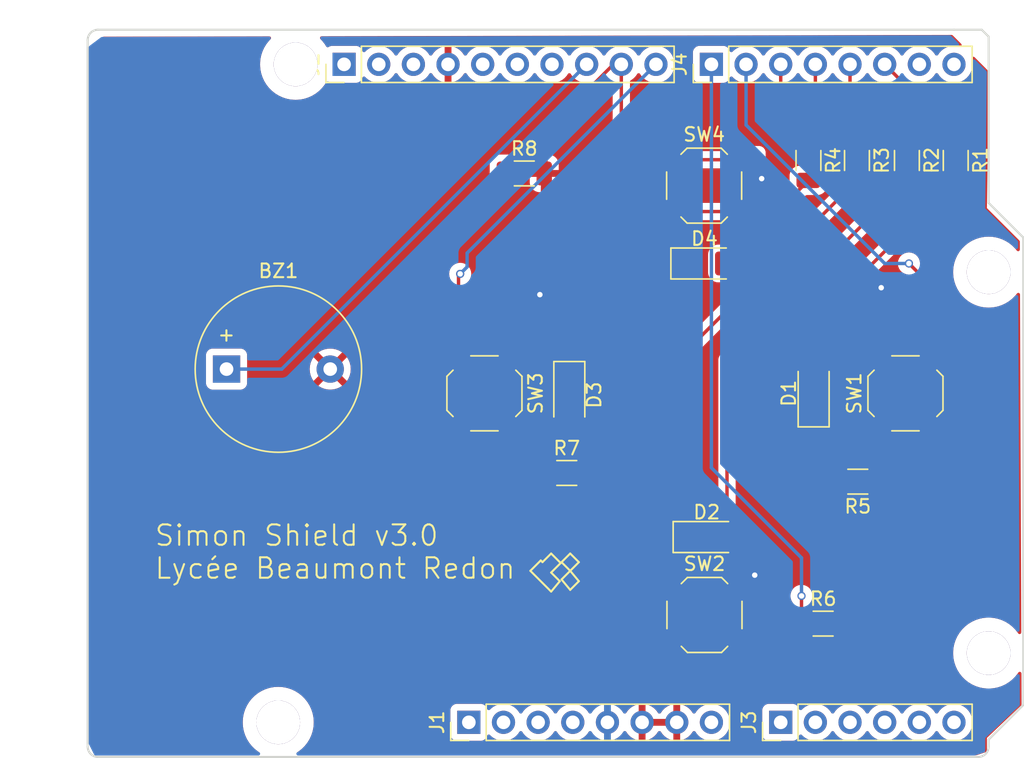
<source format=kicad_pcb>
(kicad_pcb (version 20240108) (generator "pcbnew") (generator_version "8.0")
  (title_block (date "mar. 31 mars 2015"))
  (layers (0 "F.Cu" signal) (31 "B.Cu" signal) (34 "B.Paste" user) (35 "F.Paste" user) (36 "B.SilkS" user "B.Silkscreen") (37 "F.SilkS" user "F.Silkscreen") (38 "B.Mask" user) (39 "F.Mask" user) (44 "Edge.Cuts" user))
  (net 0 "")
  (net 1 "GND")
  (net 3 "+5V")
  (net 4 "/IOREF")
  (net 5 "/A0")
  (net 6 "/A1")
  (net 7 "/A2")
  (net 8 "/A3")
  (net 9 "/SDA{slash}A4")
  (net 10 "/SCL{slash}A5")
  (net 11 "/13")
  (net 12 "/12")
  (net 13 "/AREF")
  (net 14 "/8")
  (net 15 "/7")
  (net 16 "/*11")
  (net 17 "/*10")
  (net 18 "/*9")
  (net 19 "/4")
  (net 20 "/2")
  (net 21 "/*6")
  (net 22 "/*5")
  (net 23 "/TX{slash}1")
  (net 24 "/*3")
  (net 25 "/RX{slash}0")
  (net 26 "Net-(D1-A)")
  (net 27 "Net-(D2-A)")
  (net 28 "/~{RESET}")
  (net 29 "Net-(D3-A)")
  (net 30 "Net-(D4-A)")
  (net 32 "/Vin")
  (footprint "Connector_PinHeader_2.54mm:PinHeader_1x08_P2.54mm_Vertical" (layer "F.Cu") (at 127.94 97.46 90)
    (property "Reference" "J1" (at 0 -2.33 90) (layer "F.SilkS"))
    (property "Value" "Power")
    (fp_line (start -1.33 -1.33) (end 0 -1.33) (stroke (width 0.12)) (layer "F.SilkS"))
    (fp_line (start -1.33 0) (end -1.33 -1.33) (stroke (width 0.12)) (layer "F.SilkS"))
    (fp_line (start 1.33 1.27) (end 1.33 19.11) (stroke (width 0.12)) (layer "F.SilkS"))
    (fp_line (start -1.33 1.27) (end 1.33 1.27) (stroke (width 0.12)) (layer "F.SilkS"))
    (fp_line (start -1.33 1.27) (end -1.33 19.11) (stroke (width 0.12)) (layer "F.SilkS"))
    (fp_line (start -1.33 19.11) (end 1.33 19.11) (stroke (width 0.12)) (layer "F.SilkS"))
    (pad "1" thru_hole rect (at 0 0 90) (size 1.7 1.7) (drill 1) (layers "*.Cu" "*.Mask"))
    (pad "2" thru_hole oval (at 0 2.54 90) (size 1.7 1.7) (drill 1) (layers "*.Cu" "*.Mask") (net 4 "/IOREF"))
    (pad "3" thru_hole oval (at 0 5.08 90) (size 1.7 1.7) (drill 1) (layers "*.Cu" "*.Mask") (net 28 "/~{RESET}"))
    (pad "4" thru_hole oval (at 0 7.62 90) (size 1.7 1.7) (drill 1) (layers "*.Cu" "*.Mask"))
    (pad "5" thru_hole oval (at 0 10.16 90) (size 1.7 1.7) (drill 1) (layers "*.Cu" "*.Mask") (net 3 "+5V"))
    (pad "6" thru_hole oval (at 0 12.7 90) (size 1.7 1.7) (drill 1) (layers "*.Cu" "*.Mask") (net 1 "GND"))
    (pad "7" thru_hole oval (at 0 15.24 90) (size 1.7 1.7) (drill 1) (layers "*.Cu" "*.Mask") (net 1 "GND"))
    (pad "8" thru_hole oval (at 0 17.78 90) (size 1.7 1.7) (drill 1) (layers "*.Cu" "*.Mask") (net 32 "/Vin"))
  )
  (footprint "Connector_PinHeader_2.54mm:PinHeader_1x06_P2.54mm_Vertical" (layer "F.Cu") (at 150.8 97.46 90)
    (property "Reference" "J3" (at 0 -2.33 90) (layer "F.SilkS"))
    (property "Value" "Analog")
    (fp_line (start -1.33 -1.33) (end 0 -1.33) (stroke (width 0.12)) (layer "F.SilkS"))
    (fp_line (start -1.33 0) (end -1.33 -1.33) (stroke (width 0.12)) (layer "F.SilkS"))
    (fp_line (start 1.33 1.27) (end 1.33 14.03) (stroke (width 0.12)) (layer "F.SilkS"))
    (fp_line (start -1.33 1.27) (end 1.33 1.27) (stroke (width 0.12)) (layer "F.SilkS"))
    (fp_line (start -1.33 1.27) (end -1.33 14.03) (stroke (width 0.12)) (layer "F.SilkS"))
    (fp_line (start -1.33 14.03) (end 1.33 14.03) (stroke (width 0.12)) (layer "F.SilkS"))
    (pad "1" thru_hole rect (at 0 0 90) (size 1.7 1.7) (drill 1) (layers "*.Cu" "*.Mask") (net 5 "/A0"))
    (pad "2" thru_hole oval (at 0 2.54 90) (size 1.7 1.7) (drill 1) (layers "*.Cu" "*.Mask") (net 6 "/A1"))
    (pad "3" thru_hole oval (at 0 5.08 90) (size 1.7 1.7) (drill 1) (layers "*.Cu" "*.Mask") (net 7 "/A2"))
    (pad "4" thru_hole oval (at 0 7.62 90) (size 1.7 1.7) (drill 1) (layers "*.Cu" "*.Mask") (net 8 "/A3"))
    (pad "5" thru_hole oval (at 0 10.16 90) (size 1.7 1.7) (drill 1) (layers "*.Cu" "*.Mask") (net 9 "/SDA{slash}A4"))
    (pad "6" thru_hole oval (at 0 12.7 90) (size 1.7 1.7) (drill 1) (layers "*.Cu" "*.Mask") (net 10 "/SCL{slash}A5"))
  )
  (footprint "Connector_PinHeader_2.54mm:PinHeader_1x10_P2.54mm_Vertical" (layer "F.Cu") (at 118.796 49.2 90)
    (property "Reference" "J2" (at 0 -2.33 90) (layer "F.SilkS"))
    (property "Value" "Digital/PWM")
    (fp_line (start -1.33 -1.33) (end 0 -1.33) (stroke (width 0.12)) (layer "F.SilkS"))
    (fp_line (start -1.33 0) (end -1.33 -1.33) (stroke (width 0.12)) (layer "F.SilkS"))
    (fp_line (start 1.33 1.27) (end 1.33 24.19) (stroke (width 0.12)) (layer "F.SilkS"))
    (fp_line (start -1.33 1.27) (end 1.33 1.27) (stroke (width 0.12)) (layer "F.SilkS"))
    (fp_line (start -1.33 1.27) (end -1.33 24.19) (stroke (width 0.12)) (layer "F.SilkS"))
    (fp_line (start -1.33 24.19) (end 1.33 24.19) (stroke (width 0.12)) (layer "F.SilkS"))
    (pad "1" thru_hole rect (at 0 0 90) (size 1.7 1.7) (drill 1) (layers "*.Cu" "*.Mask"))
    (pad "2" thru_hole oval (at 0 2.54 90) (size 1.7 1.7) (drill 1) (layers "*.Cu" "*.Mask"))
    (pad "3" thru_hole oval (at 0 5.08 90) (size 1.7 1.7) (drill 1) (layers "*.Cu" "*.Mask") (net 13 "/AREF"))
    (pad "4" thru_hole oval (at 0 7.62 90) (size 1.7 1.7) (drill 1) (layers "*.Cu" "*.Mask") (net 1 "GND"))
    (pad "5" thru_hole oval (at 0 10.16 90) (size 1.7 1.7) (drill 1) (layers "*.Cu" "*.Mask") (net 11 "/13"))
    (pad "6" thru_hole oval (at 0 12.7 90) (size 1.7 1.7) (drill 1) (layers "*.Cu" "*.Mask") (net 12 "/12"))
    (pad "7" thru_hole oval (at 0 15.24 90) (size 1.7 1.7) (drill 1) (layers "*.Cu" "*.Mask") (net 16 "/*11"))
    (pad "8" thru_hole oval (at 0 17.78 90) (size 1.7 1.7) (drill 1) (layers "*.Cu" "*.Mask") (net 17 "/*10"))
    (pad "9" thru_hole oval (at 0 20.32 90) (size 1.7 1.7) (drill 1) (layers "*.Cu" "*.Mask") (net 18 "/*9"))
    (pad "10" thru_hole oval (at 0 22.86 90) (size 1.7 1.7) (drill 1) (layers "*.Cu" "*.Mask") (net 14 "/8"))
  )
  (footprint "Connector_PinHeader_2.54mm:PinHeader_1x08_P2.54mm_Vertical" (layer "F.Cu") (at 145.72 49.2 90)
    (property "Reference" "J4" (at 0 -2.33 90) (layer "F.SilkS"))
    (property "Value" "Digital/PWM")
    (fp_line (start -1.33 -1.33) (end 0 -1.33) (stroke (width 0.12)) (layer "F.SilkS"))
    (fp_line (start -1.33 0) (end -1.33 -1.33) (stroke (width 0.12)) (layer "F.SilkS"))
    (fp_line (start 1.33 1.27) (end 1.33 19.11) (stroke (width 0.12)) (layer "F.SilkS"))
    (fp_line (start -1.33 1.27) (end 1.33 1.27) (stroke (width 0.12)) (layer "F.SilkS"))
    (fp_line (start -1.33 1.27) (end -1.33 19.11) (stroke (width 0.12)) (layer "F.SilkS"))
    (fp_line (start -1.33 19.11) (end 1.33 19.11) (stroke (width 0.12)) (layer "F.SilkS"))
    (pad "1" thru_hole rect (at 0 0 90) (size 1.7 1.7) (drill 1) (layers "*.Cu" "*.Mask") (net 15 "/7"))
    (pad "2" thru_hole oval (at 0 2.54 90) (size 1.7 1.7) (drill 1) (layers "*.Cu" "*.Mask") (net 21 "/*6"))
    (pad "3" thru_hole oval (at 0 5.08 90) (size 1.7 1.7) (drill 1) (layers "*.Cu" "*.Mask") (net 22 "/*5"))
    (pad "4" thru_hole oval (at 0 7.62 90) (size 1.7 1.7) (drill 1) (layers "*.Cu" "*.Mask") (net 19 "/4"))
    (pad "5" thru_hole oval (at 0 10.16 90) (size 1.7 1.7) (drill 1) (layers "*.Cu" "*.Mask") (net 24 "/*3"))
    (pad "6" thru_hole oval (at 0 12.7 90) (size 1.7 1.7) (drill 1) (layers "*.Cu" "*.Mask") (net 20 "/2"))
    (pad "7" thru_hole oval (at 0 15.24 90) (size 1.7 1.7) (drill 1) (layers "*.Cu" "*.Mask") (net 23 "/TX{slash}1"))
    (pad "8" thru_hole oval (at 0 17.78 90) (size 1.7 1.7) (drill 1) (layers "*.Cu" "*.Mask") (net 25 "/RX{slash}0"))
  )
  (footprint "Resistor_SMD:R_1206_3216Metric" (layer "F.Cu") (at 160.049166 56.2505 -90)
    (property "Reference" "R2" (at 0 -1.82 90) (layer "F.SilkS"))
    (property "Value" "160")
    (fp_line (start -0.727064 0.91) (end 0.727064 0.91) (stroke (width 0.12)) (layer "F.SilkS"))
    (fp_line (start -0.727064 -0.91) (end 0.727064 -0.91) (stroke (width 0.12)) (layer "F.SilkS"))
    (pad "1" smd roundrect (at -1.4625 0 270) (size 1.125 1.75) (layers "F.Cu" "F.Paste" "F.Mask") (roundrect_rratio 0.2222222222) (net 24 "/*3"))
    (pad "2" smd roundrect (at 1.4625 0 270) (size 1.125 1.75) (layers "F.Cu" "F.Paste" "F.Mask") (roundrect_rratio 0.2222222222) (net 27 "Net-(D2-A)"))
  )
  (footprint "Resistor_SMD:R_1206_3216Metric" (layer "F.Cu") (at 152.832 56.2505 -90)
    (property "Reference" "R4" (at 0 -1.82 90) (layer "F.SilkS"))
    (property "Value" "150")
    (fp_line (start -0.727064 0.91) (end 0.727064 0.91) (stroke (width 0.12)) (layer "F.SilkS"))
    (fp_line (start -0.727064 -0.91) (end 0.727064 -0.91) (stroke (width 0.12)) (layer "F.SilkS"))
    (pad "1" smd roundrect (at -1.4625 0 270) (size 1.125 1.75) (layers "F.Cu" "F.Paste" "F.Mask") (roundrect_rratio 0.2222222222) (net 22 "/*5"))
    (pad "2" smd roundrect (at 1.4625 0 270) (size 1.125 1.75) (layers "F.Cu" "F.Paste" "F.Mask") (roundrect_rratio 0.2222222222) (net 30 "Net-(D4-A)"))
  )
  (footprint "Resistor_SMD:R_1206_3216Metric" (layer "F.Cu") (at 163.627 56.2505 -90)
    (property "Reference" "R1" (at 0 -1.82 90) (layer "F.SilkS"))
    (property "Value" "160")
    (fp_line (start -0.727064 0.91) (end 0.727064 0.91) (stroke (width 0.12)) (layer "F.SilkS"))
    (fp_line (start -0.727064 -0.91) (end 0.727064 -0.91) (stroke (width 0.12)) (layer "F.SilkS"))
    (pad "1" smd roundrect (at -1.4625 0 270) (size 1.125 1.75) (layers "F.Cu" "F.Paste" "F.Mask") (roundrect_rratio 0.2222222222) (net 20 "/2"))
    (pad "2" smd roundrect (at 1.4625 0 270) (size 1.125 1.75) (layers "F.Cu" "F.Paste" "F.Mask") (roundrect_rratio 0.2222222222) (net 26 "Net-(D1-A)"))
  )
  (footprint "Button_Switch_SMD:SW_SPST_TL3342" (layer "F.Cu") (at 159.944 73.33 90)
    (property "Reference" "SW1" (at 0 -3.75 -90) (layer "F.SilkS"))
    (property "Value" "SW_Push")
    (fp_line (start -1.25 -2.75) (end 1.25 -2.75) (stroke (width 0.12)) (layer "F.SilkS"))
    (fp_line (start 1.7 -2.3) (end 1.25 -2.75) (stroke (width 0.12)) (layer "F.SilkS"))
    (fp_line (start -1.7 -2.3) (end -1.25 -2.75) (stroke (width 0.12)) (layer "F.SilkS"))
    (fp_line (start 2.75 -1) (end 2.75 1) (stroke (width 0.12)) (layer "F.SilkS"))
    (fp_line (start -2.75 -1) (end -2.75 1) (stroke (width 0.12)) (layer "F.SilkS"))
    (fp_line (start 1.7 2.3) (end 1.25 2.75) (stroke (width 0.12)) (layer "F.SilkS"))
    (fp_line (start -1.7 2.3) (end -1.25 2.75) (stroke (width 0.12)) (layer "F.SilkS"))
    (fp_line (start -1.25 2.75) (end 1.25 2.75) (stroke (width 0.12)) (layer "F.SilkS"))
    (pad "1" smd rect (at -3.15 -1.9 90) (size 1.7 1) (layers "F.Cu" "F.Paste" "F.Mask") (net 3 "+5V"))
    (pad "1" smd rect (at 3.15 -1.9 90) (size 1.7 1) (layers "F.Cu" "F.Paste" "F.Mask") (net 3 "+5V"))
    (pad "2" smd rect (at -3.15 1.9 90) (size 1.7 1) (layers "F.Cu" "F.Paste" "F.Mask") (net 21 "/*6"))
    (pad "2" smd rect (at 3.15 1.9 90) (size 1.7 1) (layers "F.Cu" "F.Paste" "F.Mask") (net 21 "/*6"))
  )
  (footprint "Resistor_SMD:R_1206_3216Metric" (layer "F.Cu") (at 132.004 57.201)
    (property "Reference" "R8" (at 0 -1.82 0) (layer "F.SilkS"))
    (property "Value" "10k")
    (fp_line (start -0.727064 -0.91) (end 0.727064 -0.91) (stroke (width 0.12)) (layer "F.SilkS"))
    (fp_line (start -0.727064 0.91) (end 0.727064 0.91) (stroke (width 0.12)) (layer "F.SilkS"))
    (pad "1" smd roundrect (at -1.4625 0) (size 1.125 1.75) (layers "F.Cu" "F.Paste" "F.Mask") (roundrect_rratio 0.2222222222) (net 18 "/*9"))
    (pad "2" smd roundrect (at 1.4625 0) (size 1.125 1.75) (layers "F.Cu" "F.Paste" "F.Mask") (roundrect_rratio 0.2222222222) (net 1 "GND"))
  )
  (footprint "Resistor_SMD:R_1206_3216Metric" (layer "F.Cu") (at 135.1175 79.172)
    (property "Reference" "R7" (at 0 -1.82 0) (layer "F.SilkS"))
    (property "Value" "10k")
    (fp_line (start -0.727064 -0.91) (end 0.727064 -0.91) (stroke (width 0.12)) (layer "F.SilkS"))
    (fp_line (start -0.727064 0.91) (end 0.727064 0.91) (stroke (width 0.12)) (layer "F.SilkS"))
    (pad "1" smd roundrect (at -1.4625 0) (size 1.125 1.75) (layers "F.Cu" "F.Paste" "F.Mask") (roundrect_rratio 0.2222222222) (net 14 "/8"))
    (pad "2" smd roundrect (at 1.4625 0) (size 1.125 1.75) (layers "F.Cu" "F.Paste" "F.Mask") (roundrect_rratio 0.2222222222) (net 1 "GND"))
  )
  (footprint "Buzzer_Beeper:Buzzer_12x9.5RM7.6" (layer "F.Cu") (at 110.18 71.552)
    (property "Reference" "BZ1" (at 3.8 -7.2 0) (layer "F.SilkS"))
    (property "Value" "Buzzer")
    (fp_circle (center 3.8 0) (end 9.9 0) (stroke (width 0.12)) (fill none) (layer "F.SilkS"))
    (fp_text user "+" (at -0.01 -2.54 0) (layer "F.SilkS"))
    (pad "1" thru_hole rect (at 0 0) (size 2 2) (drill 1) (layers "*.Cu" "*.Mask") (net 17 "/*10"))
    (pad "2" thru_hole circle (at 7.6 0) (size 2 2) (drill 1) (layers "*.Cu" "*.Mask") (net 1 "GND"))
  )
  (footprint "Button_Switch_SMD:SW_SPST_TL3342" (layer "F.Cu") (at 145.212 89.586)
    (property "Reference" "SW2" (at 0 -3.75 0) (layer "F.SilkS"))
    (property "Value" "SW_Push")
    (fp_line (start -2.75 -1) (end -2.75 1) (stroke (width 0.12)) (layer "F.SilkS"))
    (fp_line (start -1.7 -2.3) (end -1.25 -2.75) (stroke (width 0.12)) (layer "F.SilkS"))
    (fp_line (start -1.7 2.3) (end -1.25 2.75) (stroke (width 0.12)) (layer "F.SilkS"))
    (fp_line (start -1.25 -2.75) (end 1.25 -2.75) (stroke (width 0.12)) (layer "F.SilkS"))
    (fp_line (start -1.25 2.75) (end 1.25 2.75) (stroke (width 0.12)) (layer "F.SilkS"))
    (fp_line (start 1.7 -2.3) (end 1.25 -2.75) (stroke (width 0.12)) (layer "F.SilkS"))
    (fp_line (start 1.7 2.3) (end 1.25 2.75) (stroke (width 0.12)) (layer "F.SilkS"))
    (fp_line (start 2.75 -1) (end 2.75 1) (stroke (width 0.12)) (layer "F.SilkS"))
    (pad "1" smd rect (at -3.15 -1.9) (size 1.7 1) (layers "F.Cu" "F.Paste" "F.Mask") (net 3 "+5V"))
    (pad "1" smd rect (at 3.15 -1.9) (size 1.7 1) (layers "F.Cu" "F.Paste" "F.Mask") (net 3 "+5V"))
    (pad "2" smd rect (at -3.15 1.9) (size 1.7 1) (layers "F.Cu" "F.Paste" "F.Mask") (net 15 "/7"))
    (pad "2" smd rect (at 3.15 1.9) (size 1.7 1) (layers "F.Cu" "F.Paste" "F.Mask") (net 15 "/7"))
  )
  (footprint "Button_Switch_SMD:SW_SPST_TL3342" (layer "F.Cu") (at 145.187 58.095)
    (property "Reference" "SW4" (at 0 -3.75 0) (layer "F.SilkS"))
    (property "Value" "SW_Push")
    (fp_line (start -2.75 -1) (end -2.75 1) (stroke (width 0.12)) (layer "F.SilkS"))
    (fp_line (start -1.7 -2.3) (end -1.25 -2.75) (stroke (width 0.12)) (layer "F.SilkS"))
    (fp_line (start -1.7 2.3) (end -1.25 2.75) (stroke (width 0.12)) (layer "F.SilkS"))
    (fp_line (start -1.25 -2.75) (end 1.25 -2.75) (stroke (width 0.12)) (layer "F.SilkS"))
    (fp_line (start -1.25 2.75) (end 1.25 2.75) (stroke (width 0.12)) (layer "F.SilkS"))
    (fp_line (start 1.7 -2.3) (end 1.25 -2.75) (stroke (width 0.12)) (layer "F.SilkS"))
    (fp_line (start 1.7 2.3) (end 1.25 2.75) (stroke (width 0.12)) (layer "F.SilkS"))
    (fp_line (start 2.75 -1) (end 2.75 1) (stroke (width 0.12)) (layer "F.SilkS"))
    (pad "1" smd rect (at -3.15 -1.9) (size 1.7 1) (layers "F.Cu" "F.Paste" "F.Mask") (net 3 "+5V"))
    (pad "1" smd rect (at 3.15 -1.9) (size 1.7 1) (layers "F.Cu" "F.Paste" "F.Mask") (net 3 "+5V"))
    (pad "2" smd rect (at -3.15 1.9) (size 1.7 1) (layers "F.Cu" "F.Paste" "F.Mask") (net 18 "/*9"))
    (pad "2" smd rect (at 3.15 1.9) (size 1.7 1) (layers "F.Cu" "F.Paste" "F.Mask") (net 18 "/*9"))
  )
  (footprint "Arduino_MountingHole:MountingHole_3.2mm" (layer "F.Cu") (at 115.24 49.2)
    (property "Reference" "MH1" (hide yes))
    (property "Value" "MountingHole_3.2mm" (hide yes))
    (pad "" thru_hole circle (at 0 0) (size 3.2 3.2) (drill 3.2) (layers "*.Cu" "*.Mask") (clearance 1))
  )
  (footprint "Resistor_SMD:R_1206_3216Metric" (layer "F.Cu") (at 153.9095 90.221)
    (property "Reference" "R6" (at 0 -1.82 0) (layer "F.SilkS"))
    (property "Value" "10k")
    (fp_line (start -0.727064 -0.91) (end 0.727064 -0.91) (stroke (width 0.12)) (layer "F.SilkS"))
    (fp_line (start -0.727064 0.91) (end 0.727064 0.91) (stroke (width 0.12)) (layer "F.SilkS"))
    (pad "1" smd roundrect (at -1.4625 0) (size 1.125 1.75) (layers "F.Cu" "F.Paste" "F.Mask") (roundrect_rratio 0.2222222222) (net 15 "/7"))
    (pad "2" smd roundrect (at 1.4625 0) (size 1.125 1.75) (layers "F.Cu" "F.Paste" "F.Mask") (roundrect_rratio 0.2222222222) (net 1 "GND"))
  )
  (footprint "LED_SMD:LED_1206_3216Metric_Pad1.42x1.75mm_HandSolder" (layer "F.Cu") (at 145.2095 63.805)
    (property "Reference" "D4" (at 0 -1.82 0) (layer "F.SilkS"))
    (property "Value" "LED Yellow")
    (fp_line (start -2.46 -1.135) (end -2.46 1.135) (stroke (width 0.12)) (layer "F.SilkS"))
    (fp_line (start -2.46 1.135) (end 1.6 1.135) (stroke (width 0.12)) (layer "F.SilkS"))
    (fp_line (start 1.6 -1.135) (end -2.46 -1.135) (stroke (width 0.12)) (layer "F.SilkS"))
    (pad "1" smd roundrect (at -1.4875 0) (size 1.425 1.75) (layers "F.Cu" "F.Paste" "F.Mask") (roundrect_rratio 0.1754392982) (net 1 "GND"))
    (pad "2" smd roundrect (at 1.4875 0) (size 1.425 1.75) (layers "F.Cu" "F.Paste" "F.Mask") (roundrect_rratio 0.1754392982) (net 30 "Net-(D4-A)"))
  )
  (footprint "LED_SMD:LED_1206_3216Metric_Pad1.42x1.75mm_HandSolder" (layer "F.Cu") (at 135.306 73.457 -90)
    (property "Reference" "D3" (at 0 -1.82 90) (layer "F.SilkS"))
    (property "Value" "LED Blue")
    (fp_line (start -2.46 1.135) (end 1.6 1.135) (stroke (width 0.12)) (layer "F.SilkS"))
    (fp_line (start -2.46 -1.135) (end -2.46 1.135) (stroke (width 0.12)) (layer "F.SilkS"))
    (fp_line (start 1.6 -1.135) (end -2.46 -1.135) (stroke (width 0.12)) (layer "F.SilkS"))
    (pad "1" smd roundrect (at -1.4875 0 270) (size 1.425 1.75) (layers "F.Cu" "F.Paste" "F.Mask") (roundrect_rratio 0.1754392982) (net 1 "GND"))
    (pad "2" smd roundrect (at 1.4875 0 270) (size 1.425 1.75) (layers "F.Cu" "F.Paste" "F.Mask") (roundrect_rratio 0.1754392982) (net 29 "Net-(D3-A)"))
  )
  (footprint "Resistor_SMD:R_1206_3216Metric" (layer "F.Cu") (at 156.4495 79.807 180)
    (property "Reference" "R5" (at 0 -1.82 180) (layer "F.SilkS"))
    (property "Value" "10k")
    (fp_line (start -0.727064 0.91) (end 0.727064 0.91) (stroke (width 0.12)) (layer "F.SilkS"))
    (fp_line (start -0.727064 -0.91) (end 0.727064 -0.91) (stroke (width 0.12)) (layer "F.SilkS"))
    (pad "1" smd roundrect (at -1.4625 0 180) (size 1.125 1.75) (layers "F.Cu" "F.Paste" "F.Mask") (roundrect_rratio 0.2222222222) (net 21 "/*6"))
    (pad "2" smd roundrect (at 1.4625 0 180) (size 1.125 1.75) (layers "F.Cu" "F.Paste" "F.Mask") (roundrect_rratio 0.2222222222) (net 1 "GND"))
  )
  (footprint "LED_SMD:LED_1206_3216Metric_Pad1.42x1.75mm_HandSolder" (layer "F.Cu") (at 145.3755 83.871)
    (property "Reference" "D2" (at 0 -1.82 0) (layer "F.SilkS"))
    (property "Value" "LED Green")
    (fp_line (start -2.46 -1.135) (end -2.46 1.135) (stroke (width 0.12)) (layer "F.SilkS"))
    (fp_line (start -2.46 1.135) (end 1.6 1.135) (stroke (width 0.12)) (layer "F.SilkS"))
    (fp_line (start 1.6 -1.135) (end -2.46 -1.135) (stroke (width 0.12)) (layer "F.SilkS"))
    (pad "1" smd roundrect (at -1.4875 0) (size 1.425 1.75) (layers "F.Cu" "F.Paste" "F.Mask") (roundrect_rratio 0.1754392982) (net 1 "GND"))
    (pad "2" smd roundrect (at 1.4875 0) (size 1.425 1.75) (layers "F.Cu" "F.Paste" "F.Mask") (roundrect_rratio 0.1754392982) (net 27 "Net-(D2-A)"))
  )
  (footprint "Arduino_MountingHole:MountingHole_3.2mm" (layer "F.Cu") (at 113.97 97.46)
    (property "Reference" "MH2" (hide yes))
    (property "Value" "MountingHole_3.2mm" (hide yes))
    (pad "" thru_hole circle (at 0 0) (size 3.2 3.2) (drill 3.2) (layers "*.Cu" "*.Mask") (clearance 1))
  )
  (footprint "Resistor_SMD:R_1206_3216Metric" (layer "F.Cu") (at 156.388 56.2505 -90)
    (property "Reference" "R3" (at 0 -1.82 90) (layer "F.SilkS"))
    (property "Value" "100")
    (fp_line (start -0.727064 0.91) (end 0.727064 0.91) (stroke (width 0.12)) (layer "F.SilkS"))
    (fp_line (start -0.727064 -0.91) (end 0.727064 -0.91) (stroke (width 0.12)) (layer "F.SilkS"))
    (pad "1" smd roundrect (at -1.4625 0 270) (size 1.125 1.75) (layers "F.Cu" "F.Paste" "F.Mask") (roundrect_rratio 0.2222222222) (net 19 "/4"))
    (pad "2" smd roundrect (at 1.4625 0 270) (size 1.125 1.75) (layers "F.Cu" "F.Paste" "F.Mask") (roundrect_rratio 0.2222222222) (net 29 "Net-(D3-A)"))
  )
  (footprint "Arduino_MountingHole:MountingHole_3.2mm" (layer "F.Cu") (at 166.04 64.44)
    (property "Reference" "MH3" (hide yes))
    (property "Value" "MountingHole_3.2mm" (hide yes))
    (pad "" thru_hole circle (at 0 0) (size 3.2 3.2) (drill 3.2) (layers "*.Cu" "*.Mask") (clearance 1))
  )
  (footprint "Arduino_MountingHole:MountingHole_3.2mm" (layer "F.Cu") (at 166.04 92.38)
    (property "Reference" "MH4" (hide yes))
    (property "Value" "MountingHole_3.2mm" (hide yes))
    (pad "" thru_hole circle (at 0 0) (size 3.2 3.2) (drill 3.2) (layers "*.Cu" "*.Mask") (clearance 1))
  )
  (footprint "LED_SMD:LED_1206_3216Metric_Pad1.42x1.75mm_HandSolder" (layer "F.Cu") (at 153.213 73.33 90)
    (property "Reference" "D1" (at 0 -1.82 -90) (layer "F.SilkS"))
    (property "Value" "LED RED")
    (fp_line (start 1.6 -1.135) (end -2.46 -1.135) (stroke (width 0.12)) (layer "F.SilkS"))
    (fp_line (start -2.46 -1.135) (end -2.46 1.135) (stroke (width 0.12)) (layer "F.SilkS"))
    (fp_line (start -2.46 1.135) (end 1.6 1.135) (stroke (width 0.12)) (layer "F.SilkS"))
    (pad "1" smd roundrect (at -1.4875 0 90) (size 1.425 1.75) (layers "F.Cu" "F.Paste" "F.Mask") (roundrect_rratio 0.1754392982) (net 1 "GND"))
    (pad "2" smd roundrect (at 1.4875 0 90) (size 1.425 1.75) (layers "F.Cu" "F.Paste" "F.Mask") (roundrect_rratio 0.1754392982) (net 26 "Net-(D1-A)"))
  )
  (footprint "Button_Switch_SMD:SW_SPST_TL3342" (layer "F.Cu") (at 129.083 73.33 -90)
    (property "Reference" "SW3" (at 0 -3.75 90) (layer "F.SilkS"))
    (property "Value" "SW_Push")
    (fp_line (start -1.25 2.75) (end 1.25 2.75) (stroke (width 0.12)) (layer "F.SilkS"))
    (fp_line (start -1.7 2.3) (end -1.25 2.75) (stroke (width 0.12)) (layer "F.SilkS"))
    (fp_line (start 1.7 2.3) (end 1.25 2.75) (stroke (width 0.12)) (layer "F.SilkS"))
    (fp_line (start -2.75 -1) (end -2.75 1) (stroke (width 0.12)) (layer "F.SilkS"))
    (fp_line (start 2.75 -1) (end 2.75 1) (stroke (width 0.12)) (layer "F.SilkS"))
    (fp_line (start -1.7 -2.3) (end -1.25 -2.75) (stroke (width 0.12)) (layer "F.SilkS"))
    (fp_line (start 1.7 -2.3) (end 1.25 -2.75) (stroke (width 0.12)) (layer "F.SilkS"))
    (fp_line (start -1.25 -2.75) (end 1.25 -2.75) (stroke (width 0.12)) (layer "F.SilkS"))
    (pad "1" smd rect (at -3.15 -1.9 270) (size 1.7 1) (layers "F.Cu" "F.Paste" "F.Mask") (net 3 "+5V"))
    (pad "1" smd rect (at 3.15 -1.9 270) (size 1.7 1) (layers "F.Cu" "F.Paste" "F.Mask") (net 3 "+5V"))
    (pad "2" smd rect (at -3.15 1.9 270) (size 1.7 1) (layers "F.Cu" "F.Paste" "F.Mask") (net 14 "/8"))
    (pad "2" smd rect (at 3.15 1.9 270) (size 1.7 1) (layers "F.Cu" "F.Paste" "F.Mask") (net 14 "/8"))
  )
  (gr_line (start 133.9725 87.8715) (end 134.6075 87.1095) (stroke (width 0.15)) (layer "F.SilkS"))
  (gr_line (start 134.6075 87.1095) (end 133.9725 86.4745) (stroke (width 0.15)) (layer "F.SilkS"))
  (gr_line (start 133.2105 85.5855) (end 132.4485 86.3475) (stroke (width 0.15)) (layer "F.SilkS"))
  (gr_line (start 135.3695 86.3475) (end 134.7345 85.7125) (stroke (width 0.15)) (layer "F.SilkS"))
  (gr_line (start 135.3695 85.0775) (end 136.0045 85.7125) (stroke (width 0.15)) (layer "F.SilkS"))
  (gr_line (start 133.9725 85.0775) (end 134.671 85.776) (stroke (width 0.15)) (layer "F.SilkS"))
  (gr_line (start 135.3695 87.7445) (end 136.0045 87.1095) (stroke (width 0.15)) (layer "F.SilkS"))
  (gr_line (start 133.9725 85.0775) (end 133.3375 85.7125) (stroke (width 0.15)) (layer "F.SilkS"))
  (gr_line (start 136.0045 87.1095) (end 135.3695 86.3475) (stroke (width 0.15)) (layer "F.SilkS"))
  (gr_line (start 132.4485 86.3475) (end 133.9725 87.8715) (stroke (width 0.15)) (layer "F.SilkS"))
  (gr_line (start 133.3375 85.7125) (end 133.2105 85.5855) (stroke (width 0.15)) (layer "F.SilkS"))
  (gr_line (start 134.7345 85.7125) (end 135.3695 85.0775) (stroke (width 0.15)) (layer "F.SilkS"))
  (gr_line (start 135.3695 86.3475) (end 134.7345 86.9825) (stroke (width 0.15)) (layer "F.SilkS"))
  (gr_line (start 133.9725 86.4745) (end 134.7345 85.7125) (stroke (width 0.15)) (layer "F.SilkS"))
  (gr_line (start 134.7345 86.9825) (end 135.3695 87.7445) (stroke (width 0.15)) (layer "F.SilkS"))
  (gr_line (start 136.0045 85.7125) (end 135.3695 86.3475) (stroke (width 0.15)) (layer "F.SilkS"))
  (gr_line (start 166.04 59.36) (end 168.58 61.9) (stroke (width 0.15)) (layer "Edge.Cuts"))
  (gr_line (start 100 99.238) (end 100 47.422) (stroke (width 0.15)) (layer "Edge.Cuts"))
  (gr_line (start 166.04 47.168) (end 166.04 49.2) (stroke (width 0.15)) (layer "Edge.Cuts"))
  (gr_line (start 165.532 46.66) (end 166.04 47.168) (stroke (width 0.15)) (layer "Edge.Cuts"))
  (gr_line (start 168.58 61.9) (end 168.58 96.19) (stroke (width 0.15)) (layer "Edge.Cuts"))
  (gr_line (start 165.278 100) (end 100.762 100) (stroke (width 0.15)) (layer "Edge.Cuts"))
  (gr_line (start 100.762 46.66) (end 163.5 46.66) (stroke (width 0.15)) (layer "Edge.Cuts"))
  (gr_arc (start 100.762 100) (mid 100.223185 99.776815) (end 100 99.238) (stroke (width 0.15)) (layer "Edge.Cuts"))
  (gr_line (start 168.58 96.19) (end 166.04 98.73) (stroke (width 0.15)) (layer "Edge.Cuts"))
  (gr_arc (start 166.04 99.238) (mid 165.816815 99.776815) (end 165.278 100) (stroke (width 0.15)) (layer "Edge.Cuts"))
  (gr_line (start 163.5 46.66) (end 165.532 46.66) (stroke (width 0.15)) (layer "Edge.Cuts"))
  (gr_line (start 166.04 49.2) (end 166.04 59.36) (stroke (width 0.15)) (layer "Edge.Cuts"))
  (gr_line (start 166.04 98.73) (end 166.04 99.238) (stroke (width 0.15)) (layer "Edge.Cuts"))
  (gr_arc (start 100 47.422) (mid 100.223185 46.883185) (end 100.762 46.66) (stroke (width 0.15)) (layer "Edge.Cuts"))
  (gr_text "Simon Shield v3.0\nLycée Beaumont Redon" (at 104.826 87.046 0) (layer "F.SilkS") (effects (font (size 1.5 1.5)) (justify left bottom)))
  (segment (start 158.044 66.213) (end 158.166 66.091) (width 0.25) (layer "F.Cu") (net 3))
  (segment (start 138.1 90.602) (end 139.146 90.602) (width 0.25) (layer "F.Cu") (net 3))
  (segment (start 158.166 66.091) (end 158.166 65.583) (width 0.25) (layer "F.Cu") (net 3))
  (segment (start 148.362 87.198) (end 148.895 86.665) (width 0.25) (layer "F.Cu") (net 3))
  (segment (start 148.337 56.195) (end 148.337 56.516) (width 0.25) (layer "F.Cu") (net 3))
  (segment (start 130.983 70.18) (end 130.983 68.255) (width 0.25) (layer "F.Cu") (net 3))
  (segment (start 148.337 56.516) (end 149.403 57.582) (width 0.25) (layer "F.Cu") (net 3))
  (segment (start 148.362 87.686) (end 142.062 87.686) (width 0.25) (layer "F.Cu") (net 3))
  (segment (start 142.037 56.195) (end 148.337 56.195) (width 0.25) (layer "F.Cu") (net 3))
  (segment (start 158.044 70.18) (end 158.044 66.213) (width 0.25) (layer "F.Cu") (net 3))
  (segment (start 130.983 68.255) (end 133.147 66.091) (width 0.25) (layer "F.Cu") (net 3))
  (segment (start 158.044 76.48) (end 158.044 70.18) (width 0.25) (layer "F.Cu") (net 3))
  (segment (start 139.146 90.602) (end 142.062 87.686) (width 0.25) (layer "F.Cu") (net 3))
  (segment (start 138.1 97.46) (end 138.1 90.602) (width 0.25) (layer "F.Cu") (net 3))
  (segment (start 130.983 76.48) (end 130.983 70.18) (width 0.25) (layer "F.Cu") (net 3))
  (segment (start 148.362 87.686) (end 148.362 87.198) (width 0.25) (layer "F.Cu") (net 3))
  (via (at 149.403 57.582) (size 0.6) (drill 0.4) (layers "F.Cu" "B.Cu") (net 3))
  (via (at 158.166 65.583) (size 0.6) (drill 0.4) (layers "F.Cu" "B.Cu") (net 3))
  (via (at 133.147 66.091) (size 0.6) (drill 0.4) (layers "F.Cu" "B.Cu") (net 3))
  (via (at 148.895 86.665) (size 0.6) (drill 0.4) (layers "F.Cu" "B.Cu") (net 3))
  (segment (start 130.734 79.172) (end 133.655 79.172) (width 0.25) (layer "F.Cu") (net 14))
  (segment (start 128.042 76.48) (end 130.734 79.172) (width 0.25) (layer "F.Cu") (net 14))
  (segment (start 127.183 76.48) (end 128.042 76.48) (width 0.25) (layer "F.Cu") (net 14))
  (segment (start 127.183 64.689) (end 127.305 64.567) (width 0.25) (layer "F.Cu") (net 14))
  (segment (start 127.183 70.18) (end 127.183 64.689) (width 0.25) (layer "F.Cu") (net 14))
  (segment (start 127.183 76.48) (end 127.183 70.18) (width 0.25) (layer "F.Cu") (net 14))
  (via (at 127.305 64.567) (size 0.6) (drill 0.4) (layers "F.Cu" "B.Cu") (net 14))
  (segment (start 141.656 49.2) (end 127.813 63.043) (width 0.25) (layer "B.Cu") (net 14))
  (segment (start 127.813 63.043) (end 127.813 64.059) (width 0.25) (layer "B.Cu") (net 14))
  (segment (start 127.813 64.059) (end 127.305 64.567) (width 0.25) (layer "B.Cu") (net 14))
  (segment (start 152.324 90.098) (end 152.447 90.221) (width 0.25) (layer "F.Cu") (net 15))
  (segment (start 152.324 88.189) (end 152.324 90.098) (width 0.25) (layer "F.Cu") (net 15))
  (segment (start 148.362 91.486) (end 151.182 91.486) (width 0.25) (layer "F.Cu") (net 15))
  (segment (start 151.182 91.486) (end 152.447 90.221) (width 0.25) (layer "F.Cu") (net 15))
  (segment (start 142.062 91.486) (end 148.362 91.486) (width 0.25) (layer "F.Cu") (net 15))
  (via (at 152.324 88.189) (size 0.6) (drill 0.4) (layers "F.Cu" "B.Cu") (net 15))
  (segment (start 152.324 85.395) (end 152.324 88.189) (width 0.25) (layer "B.Cu") (net 15))
  (segment (start 145.72 49.2) (end 145.72 78.791) (width 0.25) (layer "B.Cu") (net 15))
  (segment (start 145.72 78.791) (end 152.324 85.395) (width 0.25) (layer "B.Cu") (net 15))
  (segment (start 136.576 49.2) (end 114.224 71.552) (width 0.25) (layer "B.Cu") (net 17))
  (segment (start 114.224 71.552) (end 110.18 71.552) (width 0.25) (layer "B.Cu") (net 17))
  (segment (start 139.116 57.074) (end 142.037 59.995) (width 0.25) (layer "F.Cu") (net 18))
  (segment (start 142.037 59.995) (end 148.337 59.995) (width 0.25) (layer "F.Cu") (net 18))
  (segment (start 139.116 49.2) (end 139.116 57.074) (width 0.25) (layer "F.Cu") (net 18))
  (segment (start 130.5415 57.201) (end 138.5425 49.2) (width 0.25) (layer "F.Cu") (net 18))
  (segment (start 138.5425 49.2) (end 139.116 49.2) (width 0.25) (layer "F.Cu") (net 18))
  (segment (start 153.34 51.74) (end 153.34 49.2) (width 0.25) (layer "F.Cu") (net 19))
  (segment (start 156.388 54.788) (end 153.34 51.74) (width 0.25) (layer "F.Cu") (net 19))
  (segment (start 161.722 52.883) (end 163.627 54.788) (width 0.25) (layer "F.Cu") (net 20))
  (segment (start 158.42 49.2) (end 161.722 52.502) (width 0.25) (layer "F.Cu") (net 20))
  (segment (start 161.722 52.502) (end 161.722 52.883) (width 0.25) (layer "F.Cu") (net 20))
  (segment (start 161.722 79.807) (end 161.844 79.685) (width 0.25) (layer "F.Cu") (net 21))
  (segment (start 157.912 79.807) (end 161.722 79.807) (width 0.25) (layer "F.Cu") (net 21))
  (segment (start 161.844 76.48) (end 161.844 70.18) (width 0.25) (layer "F.Cu") (net 21))
  (segment (start 161.844 70.18) (end 161.844 65.451) (width 0.25) (layer "F.Cu") (net 21))
  (segment (start 161.844 65.451) (end 160.198 63.805) (width 0.25) (layer "F.Cu") (net 21))
  (segment (start 161.844 79.685) (end 161.844 76.48) (width 0.25) (layer "F.Cu") (net 21))
  (via (at 160.198 63.805) (size 0.6) (drill 0.4) (layers "F.Cu" "B.Cu") (net 21))
  (segment (start 158.42 63.805) (end 160.198 63.805) (width 0.25) (layer "B.Cu") (net 21))
  (segment (start 148.26 49.2) (end 148.26 53.645) (width 0.25) (layer "B.Cu") (net 21))
  (segment (start 148.26 53.645) (end 158.42 63.805) (width 0.25) (layer "B.Cu") (net 21))
  (segment (start 160.198 63.805) (end 160.325 63.805) (width 0.25) (layer "B.Cu") (net 21))
  (segment (start 152.832 54.788) (end 150.8 52.756) (width 0.25) (layer "F.Cu") (net 22))
  (segment (start 150.8 52.756) (end 150.8 49.2) (width 0.25) (layer "F.Cu") (net 22))
  (segment (start 155.88 50.618834) (end 155.88 49.2) (width 0.25) (layer "F.Cu") (net 24))
  (segment (start 160.049166 54.788) (end 155.88 50.618834) (width 0.25) (layer "F.Cu") (net 24))
  (segment (start 153.467 67.873) (end 163.627 57.713) (width 0.25) (layer "F.Cu") (net 26))
  (segment (start 153.213 71.8425) (end 153.213 69.408116) (width 0.25) (layer "F.Cu") (net 26))
  (segment (start 153.213 69.408116) (end 153.467 69.154116) (width 0.25) (layer "F.Cu") (net 26))
  (segment (start 153.467 69.154116) (end 153.467 67.873) (width 0.25) (layer "F.Cu") (net 26))
  (segment (start 160.049166 57.713) (end 146.863 70.899166) (width 0.25) (layer "F.Cu") (net 27))
  (segment (start 146.863 70.899166) (end 146.863 83.871) (width 0.25) (layer "F.Cu") (net 27))
  (segment (start 139.1565 74.9445) (end 156.388 57.713) (width 0.25) (layer "F.Cu") (net 29))
  (segment (start 135.306 74.9445) (end 139.1565 74.9445) (width 0.25) (layer "F.Cu") (net 29))
  (segment (start 146.74 63.805) (end 152.832 57.713) (width 0.25) (layer "F.Cu") (net 30))
  (segment (start 146.697 63.805) (end 146.74 63.805) (width 0.25) (layer "F.Cu") (net 30))
  (zone (net 1) (net_name "GND") (layer "F.Cu") (connect_pads (clearance 0.508)) (min_thickness 0.25) (fill yes (thermal_gap 0.5) (thermal_bridge_width 0.5))
    (polygon (pts (xy 101.143 47.168) (xy 163.373 47.041) (xy 166.04 49.708) (xy 165.913 59.741) (xy 168.326 62.154) (xy 168.453 96.19) (xy 165.913 98.603) (xy 165.913 99.619) (xy 165.151 99.873) (xy 100.635 99.873) (xy 100.127 98.857) (xy 100.127 47.93)))
  )
  (zone (net 3) (net_name "+5V") (layer "B.Cu") (connect_pads (clearance 0.508)) (min_thickness 0.25) (fill yes (thermal_gap 0.5) (thermal_bridge_width 0.5))
    (polygon (pts (xy 101.015779 47.186921) (xy 163.245779 47.059921) (xy 165.912779 49.726921) (xy 165.785779 59.759921) (xy 168.198779 62.172921) (xy 168.325779 96.208921) (xy 165.785779 98.621921) (xy 165.785779 99.637921) (xy 165.023779 99.891921) (xy 100.507779 99.891921) (xy 99.999779 98.875921) (xy 99.999779 47.948921)))
  )
)
</source>
